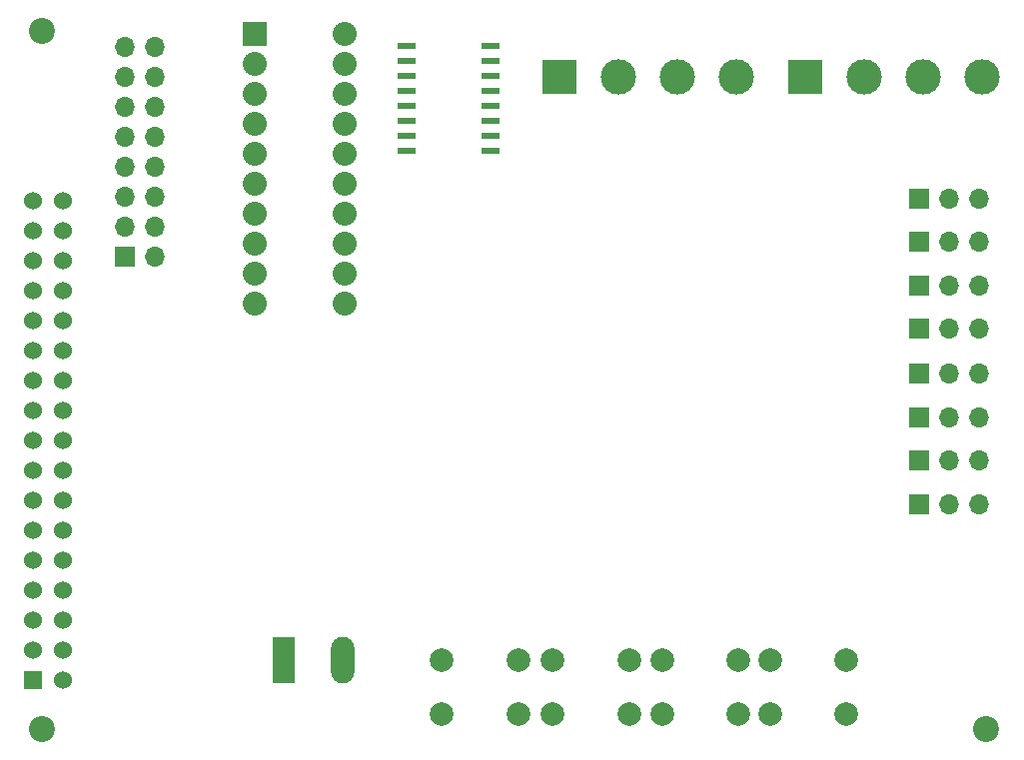
<source format=gbr>
%TF.GenerationSoftware,KiCad,Pcbnew,5.1.5+dfsg1-2build2*%
%TF.CreationDate,2021-08-22T09:56:49+02:00*%
%TF.ProjectId,sboxnet-weichenservo,73626f78-6e65-4742-9d77-65696368656e,rev?*%
%TF.SameCoordinates,Original*%
%TF.FileFunction,Soldermask,Bot*%
%TF.FilePolarity,Negative*%
%FSLAX46Y46*%
G04 Gerber Fmt 4.6, Leading zero omitted, Abs format (unit mm)*
G04 Created by KiCad (PCBNEW 5.1.5+dfsg1-2build2) date 2021-08-22 09:56:49*
%MOMM*%
%LPD*%
G04 APERTURE LIST*
%ADD10C,2.200000*%
%ADD11C,2.000000*%
%ADD12C,2.032000*%
%ADD13R,2.032000X2.032000*%
%ADD14O,1.700000X1.700000*%
%ADD15R,1.700000X1.700000*%
%ADD16R,1.500000X0.600000*%
%ADD17C,3.000000*%
%ADD18R,3.000000X3.000000*%
%ADD19C,1.524000*%
%ADD20R,1.524000X1.524000*%
%ADD21O,1.980000X3.960000*%
%ADD22R,1.980000X3.960000*%
G04 APERTURE END LIST*
D10*
X99000000Y-167000000D03*
X19000000Y-167000000D03*
X19000000Y-107800000D03*
D11*
X59384000Y-165699000D03*
X52884000Y-165699000D03*
X59384000Y-161199000D03*
X52884000Y-161199000D03*
X87197000Y-165699000D03*
X80697000Y-165699000D03*
X87197000Y-161199000D03*
X80697000Y-161199000D03*
D12*
X44704000Y-108077000D03*
X44704000Y-110617000D03*
X44704000Y-113157000D03*
X44704000Y-115697000D03*
X37084000Y-128397000D03*
X37084000Y-130937000D03*
X44704000Y-130937000D03*
X44704000Y-128397000D03*
X37084000Y-125857000D03*
X37084000Y-123317000D03*
X37084000Y-120777000D03*
X37084000Y-118237000D03*
X44704000Y-118237000D03*
X44704000Y-120777000D03*
X44704000Y-123317000D03*
X44704000Y-125857000D03*
X37084000Y-115697000D03*
X37084000Y-113157000D03*
X37084000Y-110617000D03*
D13*
X37084000Y-108077000D03*
D14*
X28575000Y-109220000D03*
X26035000Y-109220000D03*
X28575000Y-111760000D03*
X26035000Y-111760000D03*
X28575000Y-114300000D03*
X26035000Y-114300000D03*
X28575000Y-116840000D03*
X26035000Y-116840000D03*
X28575000Y-119380000D03*
X26035000Y-119380000D03*
X28575000Y-121920000D03*
X26035000Y-121920000D03*
X28575000Y-124460000D03*
X26035000Y-124460000D03*
X28575000Y-127000000D03*
D15*
X26035000Y-127000000D03*
D16*
X49917000Y-109093000D03*
X49917000Y-110363000D03*
X49917000Y-111633000D03*
X49917000Y-112903000D03*
X49917000Y-114173000D03*
X49917000Y-115443000D03*
X49917000Y-116713000D03*
X49917000Y-117983000D03*
X57017000Y-117983000D03*
X57017000Y-116713000D03*
X57017000Y-115443000D03*
X57017000Y-114173000D03*
X57017000Y-112903000D03*
X57017000Y-111633000D03*
X57017000Y-110363000D03*
X57017000Y-109093000D03*
D11*
X68782000Y-165699000D03*
X62282000Y-165699000D03*
X68782000Y-161199000D03*
X62282000Y-161199000D03*
X78053000Y-165699000D03*
X71553000Y-165699000D03*
X78053000Y-161199000D03*
X71553000Y-161199000D03*
D15*
X93345000Y-122047000D03*
D14*
X95885000Y-122047000D03*
X98425000Y-122047000D03*
D15*
X93345000Y-125730000D03*
D14*
X95885000Y-125730000D03*
X98425000Y-125730000D03*
X98425000Y-129413000D03*
X95885000Y-129413000D03*
D15*
X93345000Y-129413000D03*
D14*
X98425000Y-133096000D03*
X95885000Y-133096000D03*
D15*
X93345000Y-133096000D03*
D14*
X98425000Y-136906000D03*
X95885000Y-136906000D03*
D15*
X93345000Y-136906000D03*
D14*
X98425000Y-140589000D03*
X95885000Y-140589000D03*
D15*
X93345000Y-140589000D03*
D14*
X98425000Y-144272000D03*
X95885000Y-144272000D03*
D15*
X93345000Y-144272000D03*
D14*
X98425000Y-147955000D03*
X95885000Y-147955000D03*
D15*
X93345000Y-147955000D03*
D17*
X98693000Y-111760000D03*
X93693000Y-111760000D03*
X88693000Y-111760000D03*
D18*
X83693000Y-111760000D03*
D19*
X18288000Y-122237500D03*
X18288000Y-124777500D03*
X18288000Y-127317500D03*
X18288000Y-129857500D03*
X18288000Y-132397500D03*
X18288000Y-134937500D03*
X18288000Y-137477500D03*
X20828000Y-122237500D03*
X20828000Y-124777500D03*
X20828000Y-127317500D03*
X20828000Y-129857500D03*
X20828000Y-132397500D03*
X20828000Y-134937500D03*
X20828000Y-137477500D03*
X18288000Y-140017500D03*
X20828000Y-140017500D03*
X18288000Y-142557500D03*
X20828000Y-142557500D03*
X18288000Y-145097500D03*
X20828000Y-145097500D03*
X18288000Y-147637500D03*
X20828000Y-147637500D03*
X18288000Y-150177500D03*
X20828000Y-150177500D03*
X18288000Y-152717500D03*
X20828000Y-152717500D03*
X18288000Y-155257500D03*
X20828000Y-155257500D03*
X18288000Y-157797500D03*
X20828000Y-157797500D03*
X18288000Y-160337500D03*
X20828000Y-160337500D03*
D20*
X18288000Y-162877500D03*
D19*
X20828000Y-162877500D03*
D17*
X77865000Y-111760000D03*
X72865000Y-111760000D03*
X67865000Y-111760000D03*
D18*
X62865000Y-111760000D03*
D21*
X44497000Y-161163000D03*
D22*
X39497000Y-161163000D03*
M02*

</source>
